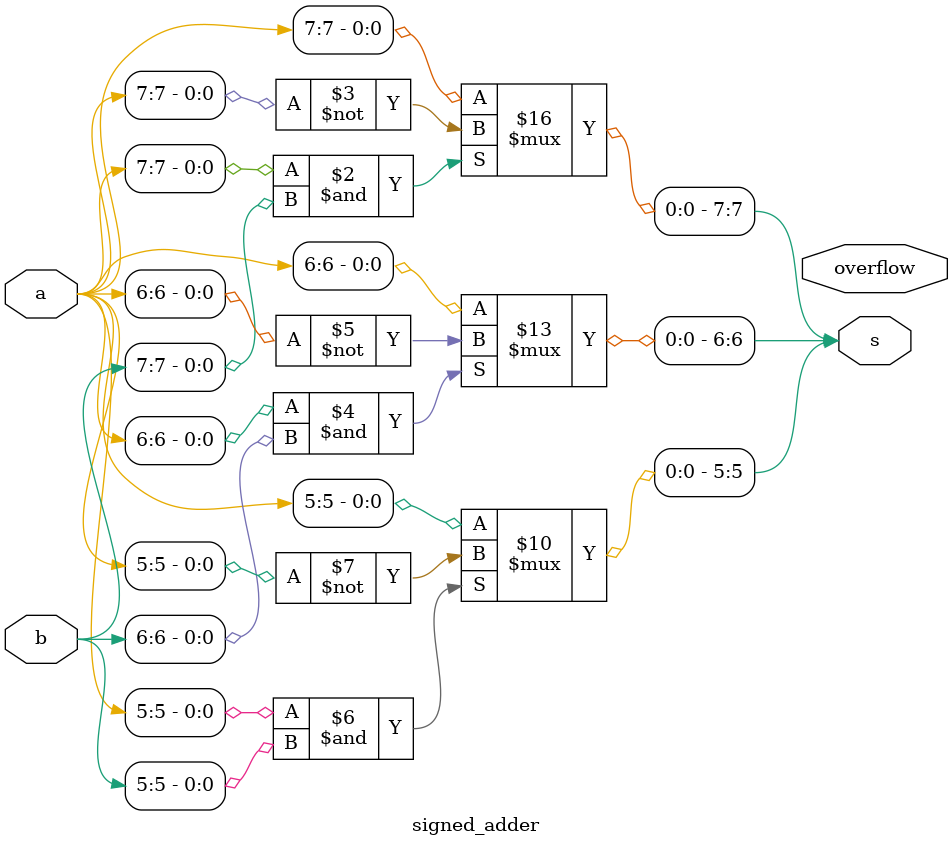
<source format=v>

module signed_adder(input [7:0] a,
    input [7:0] b,
    output [7:0] s,
    output overflow
); 

// The numbers a and b are added to the output s. 
// assign the occurence of the signed overflow of a and b to the output overflow.
// a signed overflow occurs if the most significant bits of a and b are low and the most significant bit of s is high
// a signed overflow may also occur if the most significant bits of a and b are high and the most significant bit of s is low



always @(*) 
begin
	if(a[7]&b[7]) // if a and b have opposite signs, the sum has negative sign
	begin
	s[7]= ~a[7];
	end
	else 
	begin
	s[7]=a[7];
	end
	
	if(a[6]&b[6]) 
	begin
	s[6]= ~a[6];
	end
	else 
	begin
	s[6]=a[6];
	end
	
	if(a[5]&b[5]) 
	begin
	s[5]= ~a[5];
	end
	else 
	begin
	s[5]=a[5];
	end
	
	if(a[4]&b[4]) 
	begin
	end
end
endmodule

</source>
